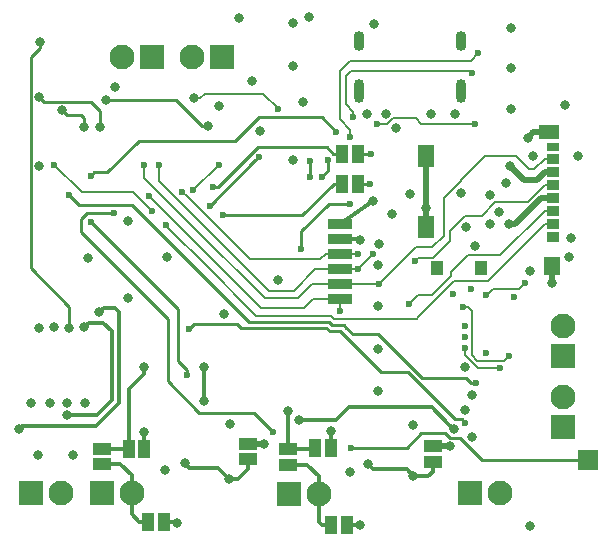
<source format=gbr>
G04 #@! TF.GenerationSoftware,KiCad,Pcbnew,(5.1.5)-2*
G04 #@! TF.CreationDate,2021-04-18T14:05:11+02:00*
G04 #@! TF.ProjectId,Versie2,56657273-6965-4322-9e6b-696361645f70,rev?*
G04 #@! TF.SameCoordinates,Original*
G04 #@! TF.FileFunction,Copper,L4,Bot*
G04 #@! TF.FilePolarity,Positive*
%FSLAX46Y46*%
G04 Gerber Fmt 4.6, Leading zero omitted, Abs format (unit mm)*
G04 Created by KiCad (PCBNEW (5.1.5)-2) date 2021-04-18 14:05:11*
%MOMM*%
%LPD*%
G04 APERTURE LIST*
%ADD10R,2.100000X2.100000*%
%ADD11C,2.100000*%
%ADD12R,1.350000X1.900000*%
%ADD13R,1.000000X1.200000*%
%ADD14R,1.350000X1.550000*%
%ADD15R,1.800000X1.170000*%
%ADD16R,1.100000X0.850000*%
%ADD17R,1.100000X0.750000*%
%ADD18O,0.900000X1.700000*%
%ADD19O,0.900000X2.000000*%
%ADD20R,1.000000X1.500000*%
%ADD21R,2.000000X0.900000*%
%ADD22R,1.700000X1.700000*%
%ADD23R,1.500000X1.000000*%
%ADD24C,0.800000*%
%ADD25C,0.600000*%
%ADD26C,0.300000*%
%ADD27C,0.500000*%
%ADD28C,0.250000*%
%ADD29C,0.200000*%
G04 APERTURE END LIST*
D10*
X83058000Y-53594000D03*
D11*
X80518000Y-53594000D03*
D12*
X100289000Y-61979800D03*
X100289000Y-67949800D03*
D13*
X104964000Y-71449800D03*
X101264000Y-71449800D03*
D14*
X110989000Y-71274800D03*
D15*
X110764000Y-59954800D03*
D16*
X111114000Y-62214800D03*
X111114000Y-63314800D03*
X111114000Y-64414800D03*
X111114000Y-65514800D03*
X111114000Y-66614800D03*
X111114000Y-67714800D03*
D17*
X111114000Y-61164800D03*
D16*
X111114000Y-68814800D03*
D18*
X94613000Y-52243000D03*
X103253000Y-52243000D03*
D19*
X94613000Y-56413000D03*
X103253000Y-56413000D03*
D11*
X74549000Y-53594000D03*
D10*
X77089000Y-53594000D03*
D11*
X75388700Y-90489100D03*
D10*
X72848700Y-90489100D03*
D11*
X69432400Y-90489100D03*
D10*
X66892400Y-90489100D03*
D11*
X111900000Y-82360000D03*
D10*
X111900000Y-84900000D03*
X88711000Y-90539900D03*
D11*
X91251000Y-90539900D03*
X111900000Y-76360000D03*
D10*
X111900000Y-78900000D03*
D20*
X93241100Y-64325500D03*
X94541100Y-64325500D03*
X93238800Y-61747400D03*
X94538800Y-61747400D03*
D21*
X93027500Y-70256400D03*
X93027500Y-71526400D03*
X93027500Y-72796400D03*
X93027500Y-74066400D03*
X93027500Y-68986400D03*
X93027500Y-67716400D03*
D22*
X113995200Y-87731600D03*
D10*
X104014500Y-90476400D03*
D11*
X106554500Y-90476400D03*
D23*
X100941100Y-86539400D03*
X100941100Y-87839400D03*
D20*
X92256600Y-86679100D03*
X90956600Y-86679100D03*
X92313200Y-93206900D03*
X93613200Y-93206900D03*
D23*
X85231200Y-87644300D03*
X85231200Y-86344300D03*
D20*
X76457800Y-86755300D03*
X75157800Y-86755300D03*
X78108800Y-92927500D03*
X76808800Y-92927500D03*
D23*
X88609400Y-86780700D03*
X88609400Y-88080700D03*
X72861400Y-86750700D03*
X72861400Y-88050700D03*
D24*
X84455000Y-50292000D03*
X90424000Y-50228500D03*
X95313500Y-58420000D03*
X102743000Y-58420000D03*
X67437000Y-87312500D03*
X70421500Y-87312500D03*
X66865500Y-82867500D03*
X71437500Y-82867500D03*
X67564000Y-76517500D03*
X78232000Y-88519000D03*
X93916500Y-88709500D03*
X109093000Y-93281500D03*
X99250500Y-84772500D03*
X83693000Y-84645500D03*
X104203500Y-85788500D03*
X104203500Y-82232500D03*
X105727500Y-67754500D03*
X104457500Y-69596000D03*
X109093000Y-71691500D03*
X98933000Y-65151000D03*
X89916000Y-57404000D03*
X89027000Y-62293500D03*
X87820500Y-72453500D03*
X83248500Y-75374500D03*
X107505500Y-51117500D03*
X107505500Y-54546500D03*
X107505500Y-57975500D03*
X113220500Y-61976000D03*
X106489500Y-66722503D03*
X96329500Y-69405500D03*
X97790000Y-59563000D03*
X67564000Y-62801500D03*
X75057000Y-67437000D03*
X78422500Y-70548500D03*
X75057000Y-73977500D03*
X71691500Y-70612000D03*
D25*
X105410000Y-78676500D03*
X103632000Y-77312624D03*
D24*
X108915200Y-60401200D03*
X100279200Y-66344800D03*
X110998000Y-72694800D03*
X73964800Y-56134000D03*
X107391200Y-62788800D03*
X95808800Y-65735200D03*
X89027000Y-54356000D03*
X68453000Y-82867500D03*
X69913500Y-82867500D03*
X68834000Y-76454000D03*
X96266000Y-74676000D03*
X96266000Y-71183500D03*
X96266000Y-78295500D03*
X96266000Y-81851500D03*
X86614000Y-86360000D03*
X102362000Y-86550500D03*
X107315000Y-67691000D03*
X112458500Y-70485000D03*
X112585500Y-68897500D03*
X97434400Y-66852800D03*
X94691200Y-69037200D03*
X67614800Y-52273200D03*
X70104000Y-76504800D03*
X103251000Y-65087500D03*
X86296500Y-59817000D03*
X109410500Y-61976000D03*
X112064800Y-57607200D03*
X107124500Y-64262000D03*
X105727500Y-65278000D03*
X82804000Y-57721500D03*
D25*
X83108800Y-66954400D03*
X92049600Y-62331600D03*
X91490800Y-63703200D03*
X80060800Y-80467200D03*
X71932800Y-67513200D03*
X71932800Y-63652400D03*
X92710000Y-59893200D03*
D24*
X67564000Y-56946800D03*
X72694800Y-59486800D03*
X73253600Y-57200800D03*
X81900000Y-59400000D03*
D25*
X94132400Y-58623200D03*
X104241600Y-54965600D03*
D24*
X80645000Y-57086500D03*
D25*
X87820500Y-57975500D03*
X96164400Y-59283600D03*
X104495600Y-59232800D03*
X104749600Y-53238400D03*
X93878400Y-60350400D03*
X86156800Y-62026800D03*
X81991200Y-66192400D03*
X90474800Y-63703200D03*
X90474800Y-62382400D03*
X82245200Y-64617600D03*
D24*
X95900000Y-50800000D03*
X96901000Y-58420000D03*
X100711000Y-58420000D03*
D25*
X89763600Y-69799200D03*
X93878400Y-65989200D03*
X95605600Y-64363600D03*
X95656400Y-61772800D03*
D24*
X103700000Y-68000000D03*
X103632000Y-79819500D03*
X103632000Y-83439000D03*
D25*
X103632000Y-76327000D03*
X102565200Y-73660000D03*
X107755538Y-73891686D03*
X104089200Y-73253600D03*
X108661200Y-72745600D03*
X105407349Y-73758264D03*
X82804000Y-62687200D03*
X78333600Y-67818000D03*
X80619600Y-64871600D03*
X94538800Y-70256400D03*
X98907600Y-74472800D03*
X68834000Y-62687200D03*
X79654400Y-64973200D03*
X77114400Y-66598800D03*
X94538800Y-71526400D03*
X99364800Y-70815200D03*
X95859600Y-70256400D03*
X77724000Y-62687200D03*
X96367600Y-72796400D03*
X76454000Y-62687200D03*
D24*
X69494400Y-58071799D03*
X71374000Y-59486800D03*
X71374000Y-76454000D03*
X69900800Y-83921600D03*
X72644000Y-75184000D03*
X65887600Y-85039200D03*
D25*
X103632000Y-84531200D03*
X80264000Y-76606400D03*
X106578400Y-79908400D03*
X103632000Y-78232000D03*
X103479600Y-74726800D03*
X107340400Y-78892400D03*
X93014800Y-75082400D03*
X76860400Y-65328800D03*
X104546400Y-81178400D03*
X70104000Y-65227200D03*
D24*
X81534000Y-79857600D03*
X81534000Y-82702400D03*
X88595200Y-83515200D03*
X76454000Y-79806800D03*
D25*
X87325200Y-85293200D03*
X93929200Y-86664800D03*
X73914000Y-66751200D03*
D24*
X92252800Y-85242400D03*
X94691200Y-93218000D03*
X76454000Y-85344000D03*
X79197200Y-93014800D03*
X102666800Y-85090000D03*
X89560400Y-84277200D03*
X95440500Y-88074500D03*
X99250500Y-89090500D03*
X79883000Y-87947500D03*
X83629500Y-89281000D03*
X89100000Y-50700000D03*
X85598000Y-55626000D03*
D26*
X100289000Y-67949800D02*
X100350200Y-67949800D01*
D27*
X110989000Y-71274800D02*
X110989000Y-71002000D01*
X110764000Y-59954800D02*
X109361600Y-59954800D01*
X109361600Y-59954800D02*
X108915200Y-60401200D01*
X100289000Y-67949800D02*
X100289000Y-66354600D01*
X100289000Y-66354600D02*
X100279200Y-66344800D01*
X100289000Y-66335000D02*
X100279200Y-66344800D01*
X100289000Y-61979800D02*
X100289000Y-66335000D01*
X110989000Y-71274800D02*
X110989000Y-72685800D01*
X110989000Y-72685800D02*
X110998000Y-72694800D01*
X110428998Y-63314800D02*
X109735798Y-64008000D01*
X111114000Y-63314800D02*
X110428998Y-63314800D01*
X109735798Y-64008000D02*
X108610400Y-64008000D01*
X108610400Y-64008000D02*
X107391200Y-62788800D01*
D26*
X93027500Y-67703700D02*
X93027500Y-67716400D01*
X95808800Y-65735200D02*
X93027500Y-67703700D01*
D27*
X85231200Y-86344300D02*
X86598300Y-86344300D01*
X86598300Y-86344300D02*
X86614000Y-86360000D01*
X100941100Y-86539400D02*
X102350900Y-86539400D01*
X102350900Y-86539400D02*
X102362000Y-86550500D01*
D26*
X93027500Y-68986400D02*
X94640400Y-68986400D01*
X94640400Y-68986400D02*
X94691200Y-69037200D01*
D27*
X107880685Y-67691000D02*
X107315000Y-67691000D01*
X107887800Y-67691000D02*
X107880685Y-67691000D01*
X110064000Y-65514800D02*
X107887800Y-67691000D01*
X111114000Y-65514800D02*
X110064000Y-65514800D01*
D28*
X66838999Y-53614686D02*
X66838999Y-71461799D01*
X67614800Y-52273200D02*
X67614800Y-52838885D01*
X67614800Y-52838885D02*
X66838999Y-53614686D01*
X66838999Y-71461799D02*
X70104000Y-74726800D01*
X70104000Y-74726800D02*
X70104000Y-76504800D01*
X92491100Y-64325500D02*
X89862200Y-66954400D01*
X93241100Y-64325500D02*
X92491100Y-64325500D01*
X89862200Y-66954400D02*
X83108800Y-66954400D01*
X92049600Y-62331600D02*
X92049600Y-63144400D01*
X92049600Y-63144400D02*
X91490800Y-63703200D01*
X80060800Y-80042936D02*
X79349600Y-79331736D01*
X80060800Y-80467200D02*
X80060800Y-80042936D01*
X79349600Y-79331736D02*
X79349600Y-75285600D01*
X79349600Y-75285600D02*
X79349600Y-74930000D01*
X79349600Y-74930000D02*
X71932800Y-67513200D01*
X73350399Y-63352401D02*
X72232799Y-63352401D01*
X72232799Y-63352401D02*
X71932800Y-63652400D01*
X76047600Y-60655200D02*
X73350399Y-63352401D01*
X86156800Y-58623200D02*
X84124800Y-60655200D01*
X84124800Y-60655200D02*
X76047600Y-60655200D01*
X92710000Y-59893200D02*
X91541600Y-58623200D01*
X91541600Y-58623200D02*
X86156800Y-58623200D01*
X67963999Y-57346799D02*
X71926399Y-57346799D01*
X67564000Y-56946800D02*
X67963999Y-57346799D01*
X71926399Y-57346799D02*
X72694800Y-58115200D01*
X72694800Y-58115200D02*
X72694800Y-59486800D01*
X73253600Y-57200800D02*
X73819285Y-57200800D01*
X79135115Y-57200800D02*
X73819285Y-57200800D01*
X81334315Y-59400000D02*
X79135115Y-57200800D01*
X81900000Y-59400000D02*
X81334315Y-59400000D01*
D29*
X94132400Y-58198936D02*
X93522800Y-57589336D01*
X94132400Y-58623200D02*
X94132400Y-58198936D01*
X93522800Y-57589336D02*
X93522800Y-55168800D01*
X93522800Y-55168800D02*
X93929200Y-54762400D01*
X93929200Y-54762400D02*
X104038400Y-54762400D01*
X104038400Y-54762400D02*
X104241600Y-54965600D01*
X80645000Y-57086500D02*
X81210685Y-57086500D01*
X81593186Y-56703999D02*
X86548999Y-56703999D01*
X81210685Y-57086500D02*
X81593186Y-56703999D01*
X86548999Y-56703999D02*
X87757000Y-57912000D01*
X87757000Y-57912000D02*
X87820500Y-57975500D01*
X99466400Y-58775600D02*
X99923600Y-59232800D01*
X99923600Y-59232800D02*
X104495600Y-59232800D01*
X97541398Y-58775600D02*
X99466400Y-58775600D01*
X96164400Y-59283600D02*
X97033398Y-59283600D01*
X97033398Y-59283600D02*
X97541398Y-58775600D01*
X93878400Y-53898800D02*
X104089200Y-53898800D01*
X93014800Y-54762400D02*
X93878400Y-53898800D01*
X93878400Y-60350400D02*
X93878400Y-59722936D01*
X104089200Y-53898800D02*
X104749600Y-53238400D01*
X93014800Y-58859336D02*
X93014800Y-54762400D01*
X93878400Y-59722936D02*
X93014800Y-58859336D01*
D28*
X86156800Y-62026800D02*
X85856801Y-62326799D01*
X85856801Y-62326799D02*
X81991200Y-66192400D01*
X90474800Y-63703200D02*
X90474800Y-62382400D01*
X82669464Y-64617600D02*
X86073064Y-61214000D01*
X82245200Y-64617600D02*
X82669464Y-64617600D01*
X91955400Y-61214000D02*
X92488800Y-61747400D01*
X92488800Y-61747400D02*
X93238800Y-61747400D01*
X86073064Y-61214000D02*
X91955400Y-61214000D01*
X89763600Y-69799200D02*
X89763600Y-68326000D01*
X89763600Y-68326000D02*
X92100400Y-65989200D01*
X92100400Y-65989200D02*
X93878400Y-65989200D01*
X94579200Y-64363600D02*
X94541100Y-64325500D01*
X95605600Y-64363600D02*
X94579200Y-64363600D01*
X94564200Y-61772800D02*
X94538800Y-61747400D01*
X95656400Y-61772800D02*
X94564200Y-61772800D01*
D29*
X105713335Y-73458265D02*
X105968800Y-73202800D01*
X108204000Y-73202800D02*
X108661200Y-72745600D01*
X105968800Y-73202800D02*
X108204000Y-73202800D01*
X105407349Y-73758264D02*
X105707348Y-73458265D01*
X105707348Y-73458265D02*
X105713335Y-73458265D01*
X110364000Y-67714800D02*
X106172000Y-71906800D01*
X111114000Y-67714800D02*
X110364000Y-67714800D01*
X106172000Y-71906800D02*
X105536400Y-72542400D01*
X105536400Y-72542400D02*
X102717600Y-72542400D01*
X102717600Y-72542400D02*
X99669600Y-75590400D01*
X99669600Y-75590400D02*
X99517200Y-75742800D01*
X99517200Y-75742800D02*
X92557600Y-75742800D01*
X92557600Y-75742800D02*
X92303600Y-75488800D01*
X92303600Y-75488800D02*
X85953600Y-75488800D01*
X85953600Y-75488800D02*
X81330800Y-70866000D01*
X81330800Y-70866000D02*
X78994000Y-68529200D01*
X78994000Y-68529200D02*
X78333600Y-67868800D01*
X78333600Y-67868800D02*
X78333600Y-67818000D01*
X82804000Y-62687200D02*
X80619600Y-64871600D01*
X93027500Y-70256400D02*
X94538800Y-70256400D01*
X110364000Y-66614800D02*
X106620800Y-70358000D01*
X111114000Y-66614800D02*
X110364000Y-66614800D01*
X106620800Y-70358000D02*
X103886000Y-70358000D01*
X103886000Y-70358000D02*
X102463600Y-71780400D01*
X102463600Y-71780400D02*
X102463600Y-72085200D01*
X102463600Y-72085200D02*
X100838000Y-73710800D01*
X100838000Y-73710800D02*
X99669600Y-73710800D01*
X99669600Y-73710800D02*
X98907600Y-74472800D01*
X91827500Y-70256400D02*
X91370300Y-70713600D01*
X93027500Y-70256400D02*
X91827500Y-70256400D01*
X91370300Y-70713600D02*
X85394800Y-70713600D01*
X85394800Y-70713600D02*
X82245200Y-67564000D01*
X75539600Y-65024000D02*
X71170800Y-65024000D01*
X71170800Y-65024000D02*
X68834000Y-62687200D01*
X82245200Y-67564000D02*
X80060800Y-65379600D01*
X80060800Y-65379600D02*
X79654400Y-64973200D01*
X76860400Y-66344800D02*
X75539600Y-65024000D01*
X76860400Y-66344800D02*
X77114400Y-66598800D01*
X94538800Y-71526400D02*
X93027500Y-71526400D01*
X110364000Y-64414800D02*
X108942000Y-65836800D01*
X111114000Y-64414800D02*
X110364000Y-64414800D01*
X106204702Y-65836800D02*
X105036302Y-67005200D01*
X108942000Y-65836800D02*
X106204702Y-65836800D01*
X103658798Y-67005200D02*
X102362000Y-68301998D01*
X105036302Y-67005200D02*
X103658798Y-67005200D01*
X102362000Y-68301998D02*
X102362000Y-69138800D01*
X99630201Y-70549799D02*
X99364800Y-70815200D01*
X102362000Y-69138800D02*
X100951001Y-70549799D01*
X100951001Y-70549799D02*
X99630201Y-70549799D01*
X95808800Y-70256400D02*
X94538800Y-71526400D01*
X95859600Y-70256400D02*
X95808800Y-70256400D01*
X93027500Y-71526400D02*
X91827500Y-71526400D01*
X91827500Y-71526400D02*
X90932000Y-71526400D01*
X90932000Y-71526400D02*
X89103200Y-73355200D01*
X89103200Y-73355200D02*
X87122000Y-73355200D01*
X87122000Y-73355200D02*
X87020400Y-73355200D01*
X87020400Y-73355200D02*
X77724000Y-64058800D01*
X77724000Y-64058800D02*
X77724000Y-62687200D01*
X93027500Y-72796400D02*
X96367600Y-72796400D01*
X100838000Y-69697600D02*
X99466400Y-69697600D01*
X101803200Y-68732400D02*
X100838000Y-69697600D01*
X99466400Y-69697600D02*
X96367600Y-72796400D01*
X111114000Y-62214800D02*
X110364000Y-62214800D01*
X110364000Y-62214800D02*
X109485200Y-63093600D01*
X104208898Y-63093600D02*
X101803200Y-65499298D01*
X109485200Y-63093600D02*
X109016800Y-63093600D01*
X109016800Y-63093600D02*
X107899200Y-61976000D01*
X101821298Y-65481200D02*
X101803200Y-65481200D01*
X105326498Y-61976000D02*
X101821298Y-65481200D01*
X101803200Y-65499298D02*
X101803200Y-65481200D01*
X107899200Y-61976000D02*
X105326498Y-61976000D01*
X101803200Y-65481200D02*
X101803200Y-68732400D01*
X93027500Y-72796400D02*
X91827500Y-72796400D01*
X91827500Y-72796400D02*
X90678000Y-72796400D01*
X90678000Y-72796400D02*
X89458800Y-74015600D01*
X89458800Y-74015600D02*
X86664800Y-74015600D01*
X86664800Y-74015600D02*
X80670400Y-68021200D01*
X80670400Y-68021200D02*
X76454000Y-63804800D01*
X76454000Y-63804800D02*
X76454000Y-62687200D01*
D28*
X69894399Y-58471798D02*
X71070198Y-58471798D01*
X69494400Y-58071799D02*
X69894399Y-58471798D01*
X71070198Y-58471798D02*
X71374000Y-58775600D01*
X71374000Y-58775600D02*
X71374000Y-59486800D01*
D26*
X75388700Y-91974024D02*
X75388700Y-90489100D01*
X75388700Y-92307400D02*
X75388700Y-91974024D01*
X76008800Y-92927500D02*
X75388700Y-92307400D01*
X76808800Y-92927500D02*
X76008800Y-92927500D01*
X75388700Y-89004176D02*
X75388700Y-90489100D01*
X74435224Y-88050700D02*
X75388700Y-89004176D01*
X72861400Y-88050700D02*
X74435224Y-88050700D01*
X71773999Y-76054001D02*
X72955201Y-76054001D01*
X71374000Y-76454000D02*
X71773999Y-76054001D01*
X72955201Y-76054001D02*
X73710800Y-76809600D01*
X73710800Y-76809600D02*
X73710800Y-82651600D01*
X73710800Y-82651600D02*
X72440800Y-83921600D01*
X72440800Y-83921600D02*
X69900800Y-83921600D01*
X73043999Y-74784001D02*
X73971201Y-74784001D01*
X72644000Y-75184000D02*
X73043999Y-74784001D01*
X73971201Y-74784001D02*
X74320400Y-75133200D01*
X74320400Y-75133200D02*
X74320400Y-82854800D01*
X74320400Y-82854800D02*
X72390000Y-84785200D01*
X72390000Y-84785200D02*
X66141600Y-84785200D01*
X66141600Y-84785200D02*
X65887600Y-85039200D01*
X91513200Y-93206900D02*
X92313200Y-93206900D01*
X91251000Y-92944700D02*
X91513200Y-93206900D01*
X91251000Y-90539900D02*
X91251000Y-92944700D01*
X91251000Y-89054976D02*
X91251000Y-90539900D01*
X90276724Y-88080700D02*
X91251000Y-89054976D01*
X88609400Y-88080700D02*
X90276724Y-88080700D01*
D28*
X103332001Y-84231201D02*
X102773201Y-84231201D01*
X103632000Y-84531200D02*
X103332001Y-84231201D01*
X102773201Y-84231201D02*
X98806000Y-80264000D01*
X80670400Y-76200000D02*
X80264000Y-76606400D01*
X80670400Y-76200000D02*
X84328000Y-76200000D01*
X84328000Y-76200000D02*
X84632800Y-76504800D01*
X84632800Y-76504800D02*
X91846400Y-76504800D01*
X91846400Y-76504800D02*
X92151200Y-76809600D01*
X92151200Y-76809600D02*
X93065600Y-76809600D01*
X96520000Y-80264000D02*
X98806000Y-80264000D01*
X93065600Y-76809600D02*
X96520000Y-80264000D01*
D29*
X103632000Y-78797699D02*
X103632000Y-78232000D01*
X106578400Y-79908400D02*
X104742701Y-79908400D01*
X104742701Y-79908400D02*
X103632000Y-78797699D01*
X103903864Y-74726800D02*
X104241600Y-75064536D01*
X103479600Y-74726800D02*
X103903864Y-74726800D01*
X104241600Y-75064536D02*
X104241600Y-78841600D01*
X106956299Y-79276501D02*
X107340400Y-78892400D01*
X104241600Y-78841600D02*
X104676501Y-79276501D01*
X104676501Y-79276501D02*
X106956299Y-79276501D01*
X93027500Y-74066400D02*
X93027500Y-75069700D01*
X93027500Y-75069700D02*
X93014800Y-75082400D01*
X93027500Y-74066400D02*
X91827500Y-74066400D01*
X91827500Y-74066400D02*
X90728800Y-74066400D01*
X90728800Y-74066400D02*
X89966800Y-74828400D01*
X89966800Y-74828400D02*
X86360000Y-74828400D01*
X86360000Y-74828400D02*
X78994000Y-67462400D01*
X78994000Y-67462400D02*
X77571600Y-66040000D01*
X77571600Y-66040000D02*
X76860400Y-65328800D01*
D28*
X104122136Y-81178400D02*
X103715736Y-80772000D01*
X104546400Y-81178400D02*
X104122136Y-81178400D01*
X99950410Y-80772000D02*
X96242010Y-77063600D01*
X103715736Y-80772000D02*
X99950410Y-80772000D01*
X96242010Y-77063600D02*
X94132400Y-77063600D01*
X94132400Y-77063600D02*
X93573600Y-76504800D01*
X93573600Y-76504800D02*
X93370400Y-76301600D01*
X93370400Y-76301600D02*
X93319600Y-76250800D01*
X93319600Y-76250800D02*
X92354400Y-76250800D01*
X92354400Y-76250800D02*
X92100400Y-75996800D01*
X92100400Y-75996800D02*
X85344000Y-75996800D01*
X85344000Y-75996800D02*
X79170699Y-69823499D01*
X79170699Y-69823499D02*
X75438000Y-66090800D01*
X75438000Y-66090800D02*
X70967600Y-66090800D01*
X70967600Y-66090800D02*
X70104000Y-65227200D01*
D26*
X90855000Y-86780700D02*
X90956600Y-86679100D01*
X88609400Y-86780700D02*
X90855000Y-86780700D01*
X81534000Y-79857600D02*
X81534000Y-82702400D01*
X88595200Y-86766500D02*
X88609400Y-86780700D01*
X88595200Y-83515200D02*
X88595200Y-86766500D01*
X75153200Y-86750700D02*
X75157800Y-86755300D01*
X72861400Y-86750700D02*
X75153200Y-86750700D01*
X75157800Y-85705300D02*
X75157800Y-86755300D01*
X75157800Y-81668685D02*
X75157800Y-85705300D01*
X76454000Y-80372485D02*
X75157800Y-81668685D01*
X76454000Y-79806800D02*
X76454000Y-80372485D01*
D28*
X112895200Y-87731600D02*
X110744000Y-87731600D01*
X93929200Y-86664800D02*
X98704400Y-86664800D01*
X98704400Y-86664800D02*
X99923600Y-85445600D01*
X112895200Y-87731600D02*
X113995200Y-87731600D01*
X105073598Y-87731600D02*
X112895200Y-87731600D01*
X103167497Y-85825499D02*
X105073598Y-87731600D01*
X102329297Y-85825499D02*
X103167497Y-85825499D01*
X101949398Y-85445600D02*
X102329297Y-85825499D01*
X99923600Y-85445600D02*
X101949398Y-85445600D01*
X71628000Y-66751200D02*
X73914000Y-66751200D01*
X71069200Y-67310000D02*
X71628000Y-66751200D01*
X78435200Y-75742800D02*
X71069200Y-68376800D01*
X78435200Y-81026000D02*
X78435200Y-75742800D01*
X81127600Y-83718400D02*
X78435200Y-81026000D01*
X87325200Y-85293200D02*
X85750400Y-83718400D01*
X71069200Y-68376800D02*
X71069200Y-67310000D01*
X85750400Y-83718400D02*
X81127600Y-83718400D01*
D26*
X92256600Y-86679100D02*
X92256600Y-85246200D01*
X92256600Y-85246200D02*
X92252800Y-85242400D01*
X93613200Y-93206900D02*
X94680100Y-93206900D01*
X94680100Y-93206900D02*
X94691200Y-93218000D01*
X76457800Y-86755300D02*
X76457800Y-85347800D01*
X76457800Y-85347800D02*
X76454000Y-85344000D01*
X78108800Y-92927500D02*
X79109900Y-92927500D01*
X79109900Y-92927500D02*
X79197200Y-93014800D01*
X102666800Y-85090000D02*
X102266801Y-84690001D01*
X102266801Y-84690001D02*
X100787200Y-83210400D01*
X100787200Y-83210400D02*
X93776800Y-83210400D01*
X93776800Y-83210400D02*
X92710000Y-84277200D01*
X92710000Y-84277200D02*
X89560400Y-84277200D01*
X95840499Y-88474499D02*
X98697999Y-88474499D01*
X95440500Y-88074500D02*
X95840499Y-88474499D01*
X98697999Y-88474499D02*
X99250500Y-89027000D01*
X99250500Y-89027000D02*
X99250500Y-89090500D01*
X99250500Y-89090500D02*
X100520500Y-89090500D01*
X100941100Y-88669900D02*
X100941100Y-87839400D01*
X100520500Y-89090500D02*
X100941100Y-88669900D01*
X80282999Y-88347499D02*
X82695999Y-88347499D01*
X79883000Y-87947500D02*
X80282999Y-88347499D01*
X82695999Y-88347499D02*
X83629500Y-89281000D01*
X85231200Y-88444300D02*
X84394500Y-89281000D01*
X85231200Y-87644300D02*
X85231200Y-88444300D01*
X84394500Y-89281000D02*
X83629500Y-89281000D01*
M02*

</source>
